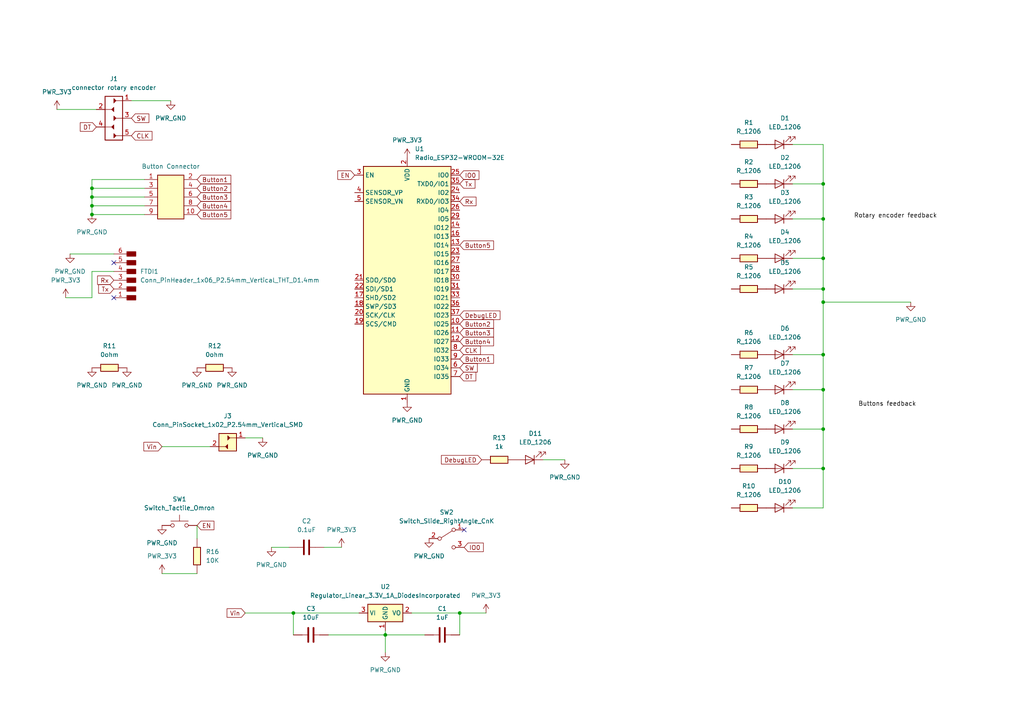
<source format=kicad_sch>
(kicad_sch (version 20231120) (generator "eeschema") (generator_version "8.0")
  (paper "A4")
  (lib_symbols
    (symbol "Fabac:C_1206" (pin_numbers hide)
      (property "Reference" "C" (at 0.635 2.54 0))
      (property "Value" "C_1206" (at 0.635 -2.54 0))
      (symbol "C_1206_0_1"
        (polyline (pts (xy -2.032 -0.762) (xy 2.032 -0.762)) (stroke (width 0.508)))
        (polyline (pts (xy -2.032 0.762) (xy 2.032 0.762)) (stroke (width 0.508)))
        (polyline (pts (xy 0 -0.635) (xy 0 -2.54)))
        (polyline (pts (xy 0 0.635) (xy 0 2.54)))
      )
      (symbol "C_1206_1_1"
        (pin passive line (at 0 5.08 270) (length 2.54) (name "~") (number "1"))
        (pin passive line (at 0 -5.08 90) (length 2.54) (name "~") (number "2"))
      )
    )
    (symbol "Fabac:Conn_PinHeader_1x06_P2.54mm_Vertical_THT_D1.4mm" (pin_names hide)
      (property "Reference" "J" (at 0 7.62 0))
      (property "Value" "Conn_PinHeader_1x06_P2.54mm_Vertical_THT_D1.4mm" (at 0 -10.16 0))
      (symbol "Conn_PinHeader_1x06_P2.54mm_Vertical_THT_D1.4mm_1_1"
        (rectangle (start -1.27 -6.985) (end 1.27 -8.255) (stroke (width 0.254)) (fill (type outline)))
        (rectangle (start -1.27 -4.445) (end 1.27 -5.715) (stroke (width 0.254)) (fill (type outline)))
        (rectangle (start -1.27 -1.905) (end 1.27 -3.175) (stroke (width 0.254)) (fill (type outline)))
        (rectangle (start -1.27 0.635) (end 1.27 -0.635) (stroke (width 0.254)) (fill (type outline)))
        (rectangle (start -1.27 3.175) (end 1.27 1.905) (stroke (width 0.254)) (fill (type outline)))
        (rectangle (start -1.27 5.715) (end 1.27 4.445) (stroke (width 0.254)) (fill (type outline)))
        (pin passive line (at 5.08 5.08 180) (length 3.81) (name "Pin_1") (number "1"))
        (pin passive line (at 5.08 2.54 180) (length 3.81) (name "Pin_2") (number "2"))
        (pin passive line (at 5.08 0 180) (length 3.81) (name "Pin_3") (number "3"))
        (pin passive line (at 5.08 -2.54 180) (length 3.81) (name "Pin_4") (number "4"))
        (pin passive line (at 5.08 -5.08 180) (length 3.81) (name "Pin_5") (number "5"))
        (pin passive line (at 5.08 -7.62 180) (length 3.81) (name "Pin_6") (number "6"))
      )
    )
    (symbol "Fabac:Conn_PinHeader_2x05_P2.54mm_Vertical_SMD" (pin_names hide)
      (property "Reference" "J" (at 0 7.62 0))
      (property "Value" "Conn_PinHeader_2x05_P2.54mm_Vertical_SMD" (at 0 -7.62 0))
      (symbol "Conn_PinHeader_2x05_P2.54mm_Vertical_SMD_1_1"
        (rectangle (start -3.81 6.35) (end 3.81 -6.35) (stroke (width 0.254)) (fill (type background)))
        (pin passive line (at -7.62 5.08 0) (length 3.81) (name "Pin_1") (number "1"))
        (pin passive line (at 7.62 -5.08 180) (length 3.81) (name "Pin_10") (number "10"))
        (pin passive line (at 7.62 5.08 180) (length 3.81) (name "Pin_2") (number "2"))
        (pin passive line (at -7.62 2.54 0) (length 3.81) (name "Pin_3") (number "3"))
        (pin passive line (at 7.62 2.54 180) (length 3.81) (name "Pin_4") (number "4"))
        (pin passive line (at -7.62 0 0) (length 3.81) (name "Pin_5") (number "5"))
        (pin passive line (at 7.62 0 180) (length 3.81) (name "Pin_6") (number "6"))
        (pin passive line (at -7.62 -2.54 0) (length 3.81) (name "Pin_7") (number "7"))
        (pin passive line (at 7.62 -2.54 180) (length 3.81) (name "Pin_8") (number "8"))
        (pin passive line (at -7.62 -5.08 0) (length 3.81) (name "Pin_9") (number "9"))
      )
    )
    (symbol "Fabac:Conn_PinSocket_1x02_P2.54mm_Vertical_SMD" (pin_names hide)
      (property "Reference" "J" (at 0 3.81 0))
      (property "Value" "Conn_PinSocket_1x02_P2.54mm_Vertical_SMD" (at 0 -3.81 0))
      (symbol "Conn_PinSocket_1x02_P2.54mm_Vertical_SMD_0_0"
        (rectangle (start -2.54 2.54) (end 2.54 -2.54) (stroke (width 0.254)) (fill (type background)))
        (polyline (pts (xy 0 -1.27) (xy -2.54 -1.27)))
        (polyline (pts (xy 2.54 1.27) (xy 0 1.27)))
        (polyline (pts (xy 0 -1.905) (xy -0.635 -1.27) (xy 0 -0.635) (xy 0 -1.905)) (fill (type outline)))
        (polyline (pts (xy 0 0.635) (xy 0.635 1.27) (xy 0 1.905) (xy 0 0.635)) (fill (type outline)))
      )
      (symbol "Conn_PinSocket_1x02_P2.54mm_Vertical_SMD_1_1"
        (pin passive line (at 5.08 1.27 180) (length 2.54) (name "Pin_1") (number "1"))
        (pin passive line (at -5.08 -1.27 0) (length 2.54) (name "Pin_2") (number "2"))
      )
    )
    (symbol "Fabac:Conn_PinSocket_1x05_P2.54mm_Vertical_SMD" (pin_names hide)
      (property "Reference" "J" (at 0 7.62 0))
      (property "Value" "Conn_PinSocket_1x05_P2.54mm_Vertical_SMD" (at 0 -7.62 0))
      (symbol "Conn_PinSocket_1x05_P2.54mm_Vertical_SMD_0_0"
        (polyline (pts (xy 0 -2.54) (xy -2.54 -2.54)))
        (polyline (pts (xy 0 2.54) (xy -2.54 2.54)))
        (polyline (pts (xy 2.54 -5.08) (xy 0 -5.08)))
        (polyline (pts (xy 2.54 0) (xy 0 0)))
        (polyline (pts (xy 2.54 5.08) (xy 0 5.08)))
        (polyline (pts (xy 0 -5.715) (xy 0.635 -5.08) (xy 0 -4.445) (xy 0 -5.715)) (fill (type outline)))
        (polyline (pts (xy 0 -3.175) (xy -0.635 -2.54) (xy 0 -1.905) (xy 0 -3.175)) (fill (type outline)))
        (polyline (pts (xy 0 -0.635) (xy 0.635 0) (xy 0 0.635) (xy 0 -0.635)) (fill (type outline)))
        (polyline (pts (xy 0 1.905) (xy -0.635 2.54) (xy 0 3.175) (xy 0 1.905)) (fill (type outline)))
        (polyline (pts (xy 0 4.445) (xy 0.635 5.08) (xy 0 5.715) (xy 0 4.445)) (fill (type outline)))
      )
      (symbol "Conn_PinSocket_1x05_P2.54mm_Vertical_SMD_1_0"
        (rectangle (start -2.54 6.35) (end 2.54 -6.35) (stroke (width 0.254)))
      )
      (symbol "Conn_PinSocket_1x05_P2.54mm_Vertical_SMD_1_1"
        (pin passive line (at 5.08 5.08 180) (length 2.54) (name "Pin_1") (number "1"))
        (pin passive line (at -5.08 2.54 0) (length 2.54) (name "Pin_2") (number "2"))
        (pin passive line (at 5.08 0 180) (length 2.54) (name "Pin_1") (number "3"))
        (pin passive line (at -5.08 -2.54 0) (length 2.54) (name "Pin_2") (number "4"))
        (pin passive line (at 5.08 -5.08 180) (length 2.54) (name "Pin_1") (number "5"))
      )
    )
    (symbol "Fabac:LED_1206" (pin_numbers hide) (pin_names (offset 1.016) hide)
      (property "Reference" "D" (at 0 2.54 0))
      (property "Value" "LED_1206" (at 0 -2.54 0))
      (symbol "LED_1206_0_1"
        (polyline (pts (xy -1.27 -1.27) (xy -1.27 1.27)) (stroke (width 0.2032)))
        (polyline (pts (xy -1.27 0) (xy 1.27 0)))
        (polyline (pts (xy 1.27 -1.27) (xy 1.27 1.27) (xy -1.27 0) (xy 1.27 -1.27)) (stroke (width 0.2032)))
        (polyline (pts (xy -3.048 -0.762) (xy -4.572 -2.286) (xy -3.81 -2.286) (xy -4.572 -2.286) (xy -4.572 -1.524)))
        (polyline (pts (xy -1.778 -0.762) (xy -3.302 -2.286) (xy -2.54 -2.286) (xy -3.302 -2.286) (xy -3.302 -1.524)))
      )
      (symbol "LED_1206_1_1"
        (pin passive line (at -3.81 0 0) (length 2.54) (name "K") (number "1"))
        (pin passive line (at 3.81 0 180) (length 2.54) (name "A") (number "2"))
      )
    )
    (symbol "Fabac:PWR_3V3" (power) (pin_names (offset 0))
      (property "Value" "PWR_3V3" (at 0 3.556 0))
      (symbol "PWR_3V3_0_1"
        (polyline (pts (xy -0.762 1.27) (xy 0 2.54)))
        (polyline (pts (xy 0 0) (xy 0 2.54)))
        (polyline (pts (xy 0 2.54) (xy 0.762 1.27)))
      )
      (symbol "PWR_3V3_1_1"
        (pin power_in line (at 0 0 90) (length 0) hide (name "PWR_3V3") (number "1"))
      )
    )
    (symbol "Fabac:PWR_GND" (power) (pin_names (offset 0))
      (property "Value" "PWR_GND" (at 0 -3.81 0))
      (symbol "PWR_GND_0_1"
        (polyline (pts (xy 0 0) (xy 0 -1.27) (xy 1.27 -1.27) (xy 0 -2.54) (xy -1.27 -1.27) (xy 0 -1.27)))
      )
      (symbol "PWR_GND_1_1"
        (pin power_in line (at 0 0 270) (length 0) hide (name "PWR_GND") (number "1"))
      )
    )
    (symbol "Fabac:R_1206" (pin_numbers hide) (pin_names (offset 0))
      (property "Reference" "R" (at 2.54 0 90))
      (property "Value" "R_1206" (at -2.54 0 90))
      (symbol "R_1206_0_1"
        (rectangle (start -1.016 -2.54) (end 1.016 2.54) (stroke (width 0.254)) (fill (type background)))
      )
      (symbol "R_1206_1_1"
        (pin passive line (at 0 5.08 270) (length 2.54) (name "~") (number "1"))
        (pin passive line (at 0 -5.08 90) (length 2.54) (name "~") (number "2"))
      )
    )
    (symbol "Fabac:Radio_ESP32-WROOM-32E"
      (property "Reference" "U" (at -12.7 34.29 0))
      (property "Value" "Radio_ESP32-WROOM-32E" (at 1.27 34.29 0))
      (symbol "Radio_ESP32-WROOM-32E_0_1"
        (rectangle (start -12.7 33.02) (end 12.7 -33.02) (stroke (width 0.254)) (fill (type background)))
      )
      (symbol "Radio_ESP32-WROOM-32E_1_1"
        (pin power_in line (at 0 -35.56 90) (length 2.54) (name "GND") (number "1"))
        (pin bidirectional line (at 15.24 -12.7 180) (length 2.54) (name "IO25") (number "10"))
        (pin bidirectional line (at 15.24 -15.24 180) (length 2.54) (name "IO26") (number "11"))
        (pin bidirectional line (at 15.24 -17.78 180) (length 2.54) (name "IO27") (number "12"))
        (pin bidirectional line (at 15.24 10.16 180) (length 2.54) (name "IO14") (number "13"))
        (pin bidirectional line (at 15.24 15.24 180) (length 2.54) (name "IO12") (number "14"))
        (pin passive line (at 0 -35.56 90) (length 2.54) hide (name "GND") (number "15"))
        (pin bidirectional line (at 15.24 12.7 180) (length 2.54) (name "IO13") (number "16"))
        (pin bidirectional line (at -15.24 -5.08 0) (length 2.54) (name "SHD/SD2") (number "17"))
        (pin bidirectional line (at -15.24 -7.62 0) (length 2.54) (name "SWP/SD3") (number "18"))
        (pin bidirectional line (at -15.24 -12.7 0) (length 2.54) (name "SCS/CMD") (number "19"))
        (pin power_in line (at 0 35.56 270) (length 2.54) (name "VDD") (number "2"))
        (pin bidirectional line (at -15.24 -10.16 0) (length 2.54) (name "SCK/CLK") (number "20"))
        (pin bidirectional line (at -15.24 0 0) (length 2.54) (name "SDO/SD0") (number "21"))
        (pin bidirectional line (at -15.24 -2.54 0) (length 2.54) (name "SDI/SD1") (number "22"))
        (pin bidirectional line (at 15.24 7.62 180) (length 2.54) (name "IO15") (number "23"))
        (pin bidirectional line (at 15.24 25.4 180) (length 2.54) (name "IO2") (number "24"))
        (pin bidirectional line (at 15.24 30.48 180) (length 2.54) (name "IO0") (number "25"))
        (pin bidirectional line (at 15.24 20.32 180) (length 2.54) (name "IO4") (number "26"))
        (pin bidirectional line (at 15.24 5.08 180) (length 2.54) (name "IO16") (number "27"))
        (pin bidirectional line (at 15.24 2.54 180) (length 2.54) (name "IO17") (number "28"))
        (pin bidirectional line (at 15.24 17.78 180) (length 2.54) (name "IO5") (number "29"))
        (pin input line (at -15.24 30.48 0) (length 2.54) (name "EN") (number "3"))
        (pin bidirectional line (at 15.24 0 180) (length 2.54) (name "IO18") (number "30"))
        (pin bidirectional line (at 15.24 -2.54 180) (length 2.54) (name "IO19") (number "31"))
        (pin no_connect line (at -12.7 -27.94 0) (length 2.54) hide (name "NC") (number "32"))
        (pin bidirectional line (at 15.24 -5.08 180) (length 2.54) (name "IO21") (number "33"))
        (pin bidirectional line (at 15.24 22.86 180) (length 2.54) (name "RXD0/IO3") (number "34"))
        (pin bidirectional line (at 15.24 27.94 180) (length 2.54) (name "TXD0/IO1") (number "35"))
        (pin bidirectional line (at 15.24 -7.62 180) (length 2.54) (name "IO22") (number "36"))
        (pin bidirectional line (at 15.24 -10.16 180) (length 2.54) (name "IO23") (number "37"))
        (pin passive line (at 0 -35.56 90) (length 2.54) hide (name "GND") (number "38"))
        (pin passive line (at 0 -35.56 90) (length 2.54) hide (name "GND") (number "39"))
        (pin input line (at -15.24 25.4 0) (length 2.54) (name "SENSOR_VP") (number "4"))
        (pin input line (at -15.24 22.86 0) (length 2.54) (name "SENSOR_VN") (number "5"))
        (pin input line (at 15.24 -25.4 180) (length 2.54) (name "IO34") (number "6"))
        (pin input line (at 15.24 -27.94 180) (length 2.54) (name "IO35") (number "7"))
        (pin bidirectional line (at 15.24 -20.32 180) (length 2.54) (name "IO32") (number "8"))
        (pin bidirectional line (at 15.24 -22.86 180) (length 2.54) (name "IO33") (number "9"))
      )
    )
    (symbol "Fabac:Regulator_Linear_3.3V_1A_DiodesIncorporated"
      (property "Reference" "U" (at -5.08 6.35 0))
      (property "Value" "Regulator_Linear_3.3V_1A_DiodesIncorporated" (at -5.08 3.81 0))
      (symbol "Regulator_Linear_3.3V_1A_DiodesIncorporated_0_1"
        (rectangle (start -5.08 2.54) (end 5.08 -2.54) (stroke (width 0.254)) (fill (type background)))
      )
      (symbol "Regulator_Linear_3.3V_1A_DiodesIncorporated_1_1"
        (pin power_in line (at 0 -5.08 90) (length 2.54) (name "GND") (number "1"))
        (pin power_out line (at 7.62 0 180) (length 2.54) (name "VO") (number "2"))
        (pin power_in line (at -7.62 0 0) (length 2.54) (name "VI") (number "3"))
      )
    )
    (symbol "Fabac:Switch_Slide_RightAngle_CnK" (pin_names (offset 0) hide)
      (property "Reference" "SW" (at 0 4.318 0))
      (property "Value" "Switch_Slide_RightAngle_CnK" (at 0 -5.08 0))
      (symbol "Switch_Slide_RightAngle_CnK_0_0"
        (circle (center -2.032 0) (radius 0.508))
        (circle (center 2.032 -2.54) (radius 0.508))
      )
      (symbol "Switch_Slide_RightAngle_CnK_0_1"
        (polyline (pts (xy -1.524 0.254) (xy 1.651 2.286)))
        (circle (center 2.032 2.54) (radius 0.508))
      )
      (symbol "Switch_Slide_RightAngle_CnK_1_1"
        (pin passive line (at 5.08 2.54 180) (length 2.54) (name "A") (number "1"))
        (pin passive line (at -5.08 0 0) (length 2.54) (name "B") (number "2"))
        (pin passive line (at 5.08 -2.54 180) (length 2.54) (name "C") (number "3"))
      )
    )
    (symbol "Fabac:Switch_Tactile_Omron" (pin_numbers hide) (pin_names (offset 1.016) hide)
      (property "Reference" "SW" (at 1.27 2.54 0))
      (property "Value" "Switch_Tactile_Omron" (at 0 -1.524 0))
      (symbol "Switch_Tactile_Omron_0_1"
        (circle (center -2.032 0) (radius 0.508))
        (polyline (pts (xy 0 1.27) (xy 0 3.048)))
        (polyline (pts (xy 2.54 1.27) (xy -2.54 1.27)))
        (circle (center 2.032 0) (radius 0.508))
        (pin passive line (at -5.08 0 0) (length 2.54) (name "1") (number "1"))
        (pin passive line (at 5.08 0 180) (length 2.54) (name "2") (number "2"))
      )
    )
  )
  (junction (at 85.09 177.8))
  (junction (at 238.76 87.63))
  (junction (at 238.76 53.34))
  (junction (at 111.76 184.15))
  (junction (at 238.76 124.46))
  (junction (at 26.67 57.15))
  (junction (at 133.35 177.8))
  (junction (at 238.76 74.93))
  (junction (at 26.67 62.23))
  (junction (at 238.76 135.89))
  (junction (at 238.76 113.03))
  (junction (at 238.76 83.82))
  (junction (at 26.67 59.69))
  (junction (at 238.76 102.87))
  (junction (at 26.67 54.61))
  (junction (at 238.76 63.5))
  (no_connect (at 134.62 153.67))
  (no_connect (at 33.02 76.2))
  (no_connect (at 33.02 86.36))
  (wire (pts (xy 95.25 184.15) (xy 111.76 184.15)))
  (wire (pts (xy 26.67 78.74) (xy 33.02 78.74)))
  (wire (pts (xy 71.12 127) (xy 76.2 127)))
  (wire (pts (xy 229.87 53.34) (xy 238.76 53.34)))
  (wire (pts (xy 133.35 177.8) (xy 140.97 177.8)))
  (wire (pts (xy 238.76 113.03) (xy 238.76 102.87)))
  (wire (pts (xy 41.91 52.07) (xy 26.67 52.07)))
  (wire (pts (xy 229.87 83.82) (xy 238.76 83.82)))
  (wire (pts (xy 119.38 177.8) (xy 133.35 177.8)))
  (wire (pts (xy 238.76 63.5) (xy 238.76 53.34)))
  (wire (pts (xy 238.76 74.93) (xy 238.76 63.5)))
  (wire (pts (xy 41.91 54.61) (xy 26.67 54.61)))
  (wire (pts (xy 93.98 158.75) (xy 99.06 158.75)))
  (wire (pts (xy 16.51 31.75) (xy 27.94 31.75)))
  (wire (pts (xy 238.76 87.63) (xy 238.76 83.82)))
  (wire (pts (xy 26.67 54.61) (xy 26.67 57.15)))
  (wire (pts (xy 133.35 177.8) (xy 133.35 184.15)))
  (wire (pts (xy 26.67 59.69) (xy 26.67 62.23)))
  (wire (pts (xy 229.87 124.46) (xy 238.76 124.46)))
  (wire (pts (xy 238.76 124.46) (xy 238.76 113.03)))
  (wire (pts (xy 229.87 147.32) (xy 238.76 147.32)))
  (wire (pts (xy 26.67 57.15) (xy 26.67 59.69)))
  (wire (pts (xy 26.67 59.69) (xy 41.91 59.69)))
  (wire (pts (xy 85.09 177.8) (xy 104.14 177.8)))
  (wire (pts (xy 238.76 102.87) (xy 238.76 87.63)))
  (wire (pts (xy 238.76 135.89) (xy 238.76 124.46)))
  (wire (pts (xy 71.12 177.8) (xy 85.09 177.8)))
  (wire (pts (xy 38.1 29.21) (xy 49.53 29.21)))
  (wire (pts (xy 238.76 83.82) (xy 238.76 74.93)))
  (wire (pts (xy 20.32 73.66) (xy 33.02 73.66)))
  (wire (pts (xy 229.87 102.87) (xy 238.76 102.87)))
  (wire (pts (xy 46.99 166.37) (xy 57.15 166.37)))
  (wire (pts (xy 229.87 113.03) (xy 238.76 113.03)))
  (wire (pts (xy 238.76 53.34) (xy 238.76 41.91)))
  (wire (pts (xy 78.74 158.75) (xy 83.82 158.75)))
  (wire (pts (xy 85.09 177.8) (xy 85.09 184.15)))
  (wire (pts (xy 26.67 62.23) (xy 41.91 62.23)))
  (wire (pts (xy 229.87 74.93) (xy 238.76 74.93)))
  (wire (pts (xy 238.76 147.32) (xy 238.76 135.89)))
  (wire (pts (xy 229.87 63.5) (xy 238.76 63.5)))
  (wire (pts (xy 111.76 184.15) (xy 123.19 184.15)))
  (wire (pts (xy 57.15 152.4) (xy 57.15 156.21)))
  (wire (pts (xy 264.16 87.63) (xy 238.76 87.63)))
  (wire (pts (xy 26.67 57.15) (xy 41.91 57.15)))
  (wire (pts (xy 111.76 184.15) (xy 111.76 189.23)))
  (wire (pts (xy 157.48 133.35) (xy 163.83 133.35)))
  (wire (pts (xy 111.76 182.88) (xy 111.76 184.15)))
  (wire (pts (xy 26.67 86.36) (xy 26.67 78.74)))
  (wire (pts (xy 19.05 86.36) (xy 26.67 86.36)))
  (wire (pts (xy 26.67 52.07) (xy 26.67 54.61)))
  (wire (pts (xy 238.76 41.91) (xy 229.87 41.91)))
  (wire (pts (xy 46.99 129.54) (xy 60.96 129.54)))
  (wire (pts (xy 229.87 135.89) (xy 238.76 135.89)))
  (label "Buttons feedback" (at 248.92 118.11 0))
  (label "Rotary encoder feedback" (at 247.65 63.5 0))
  (global_label "DT" (shape input) (at 133.35 109.22 0) (property "Intersheetrefs" "${INTERSHEET_REFS}" (effects (hide yes))))
  (global_label "Button3" (shape input) (at 57.15 57.15 0) (property "Intersheetrefs" "${INTERSHEET_REFS}" (effects (hide yes))))
  (global_label "Button2" (shape input) (at 57.15 54.61 0) (property "Intersheetrefs" "${INTERSHEET_REFS}" (effects (hide yes))))
  (global_label "DebugLED" (shape input) (at 133.35 91.44 0) (property "Intersheetrefs" "${INTERSHEET_REFS}" (effects (hide yes))))
  (global_label "IO0" (shape input) (at 133.35 50.8 0) (property "Intersheetrefs" "${INTERSHEET_REFS}" (effects (hide yes))))
  (global_label "SW" (shape input) (at 133.35 106.68 0) (property "Intersheetrefs" "${INTERSHEET_REFS}" (effects (hide yes))))
  (global_label "Button2" (shape input) (at 133.35 93.98 0) (property "Intersheetrefs" "${INTERSHEET_REFS}" (effects (hide yes))))
  (global_label "Tx" (shape input) (at 133.35 53.34 0) (property "Intersheetrefs" "${INTERSHEET_REFS}" (effects (hide yes))))
  (global_label "SW" (shape input) (at 38.1 34.29 0) (property "Intersheetrefs" "${INTERSHEET_REFS}" (effects (hide yes))))
  (global_label "Button5" (shape input) (at 133.35 71.12 0) (property "Intersheetrefs" "${INTERSHEET_REFS}" (effects (hide yes))))
  (global_label "EN" (shape input) (at 102.87 50.8 180) (property "Intersheetrefs" "${INTERSHEET_REFS}" (effects (hide yes))))
  (global_label "Button4" (shape input) (at 57.15 59.69 0) (property "Intersheetrefs" "${INTERSHEET_REFS}" (effects (hide yes))))
  (global_label "CLK" (shape input) (at 133.35 101.6 0) (property "Intersheetrefs" "${INTERSHEET_REFS}" (effects (hide yes))))
  (global_label "Vin" (shape input) (at 71.12 177.8 180) (property "Intersheetrefs" "${INTERSHEET_REFS}" (effects (hide yes))))
  (global_label "Tx" (shape input) (at 33.02 83.82 180) (property "Intersheetrefs" "${INTERSHEET_REFS}" (effects (hide yes))))
  (global_label "CLK" (shape input) (at 38.1 39.37 0) (property "Intersheetrefs" "${INTERSHEET_REFS}" (effects (hide yes))))
  (global_label "IO0" (shape input) (at 134.62 158.75 0) (property "Intersheetrefs" "${INTERSHEET_REFS}" (effects (hide yes))))
  (global_label "Rx" (shape input) (at 133.35 58.42 0) (property "Intersheetrefs" "${INTERSHEET_REFS}" (effects (hide yes))))
  (global_label "Button1" (shape input) (at 57.15 52.07 0) (property "Intersheetrefs" "${INTERSHEET_REFS}" (effects (hide yes))))
  (global_label "Button1" (shape input) (at 133.35 104.14 0) (property "Intersheetrefs" "${INTERSHEET_REFS}" (effects (hide yes))))
  (global_label "Button4" (shape input) (at 133.35 99.06 0) (property "Intersheetrefs" "${INTERSHEET_REFS}" (effects (hide yes))))
  (global_label "Rx" (shape input) (at 33.02 81.28 180) (property "Intersheetrefs" "${INTERSHEET_REFS}" (effects (hide yes))))
  (global_label "DT" (shape input) (at 27.94 36.83 180) (property "Intersheetrefs" "${INTERSHEET_REFS}" (effects (hide yes))))
  (global_label "Vin" (shape input) (at 46.99 129.54 180) (property "Intersheetrefs" "${INTERSHEET_REFS}" (effects (hide yes))))
  (global_label "Button3" (shape input) (at 133.35 96.52 0) (property "Intersheetrefs" "${INTERSHEET_REFS}" (effects (hide yes))))
  (global_label "Button5" (shape input) (at 57.15 62.23 0) (property "Intersheetrefs" "${INTERSHEET_REFS}" (effects (hide yes))))
  (global_label "DebugLED" (shape input) (at 139.7 133.35 180) (property "Intersheetrefs" "${INTERSHEET_REFS}" (effects (hide yes))))
  (global_label "EN" (shape input) (at 57.15 152.4 0) (property "Intersheetrefs" "${INTERSHEET_REFS}" (effects (hide yes))))
  (symbol (lib_id "Fabac:Regulator_Linear_3.3V_1A_DiodesIncorporated") (at 111.76 177.8 0) (unit 1)
    (property "Reference" "U2" (at 111.76 170.18 0))
    (property "Value" "Regulator_Linear_3.3V_1A_DiodesIncorporated" (at 111.76 172.72 0))
    (property "Footprint" "Fabac:SOT-223-3_TabPin2" (effects (hide yes)))
    (property "Datasheet" "https://www.diodes.com/assets/Datasheets/AZ1117I.pdf" (effects (hide yes)))
    (property "Description" "3.3V 1A Linear regulator from Diodes Incorporated in SOT-223-3 package" (effects (hide yes)))
  )
  (symbol (lib_id "Fabac:Switch_Tactile_Omron") (at 52.07 152.4 0) (unit 1)
    (property "Reference" "SW1" (at 52.07 144.78 0))
    (property "Value" "Switch_Tactile_Omron" (at 52.07 147.32 0))
    (property "Footprint" "Fabac:Button_Omron_B3SN_6.0x6.0mm" (effects (hide yes)))
    (property "Datasheet" "https://omronfs.omron.com/en_US/ecb/products/pdf/en-b3sn.pdf" (effects (hide yes)))
    (property "Description" "Push button switch, Omron, B3SN, Sealed Tactile Switch (SMT), SPST-NO Top Actuated Surface Mount" (effects (hide yes)))
  )
  (symbol (lib_id "Fabac:LED_1206") (at 226.06 63.5 180) (unit 1) (on_board no)
    (property "Reference" "D3" (at 227.6602 55.88 0))
    (property "Value" "LED_1206" (at 227.6602 58.42 0))
    (property "Footprint" "Fabac:LED_1206" (effects (hide yes)))
    (property "Datasheet" "https://optoelectronics.liteon.com/upload/download/DS-22-98-0002/LTST-C150CKT.pdf" (effects (hide yes)))
    (property "Description" "Light emitting diode, Lite-On Inc. LTST, SMD" (effects (hide yes)))
  )
  (symbol (lib_id "Fabac:PWR_GND") (at 264.16 87.63 0) (unit 1) (on_board no)
    (property "Reference" "#PWR05" (effects (hide yes)))
    (property "Value" "PWR_GND" (at 264.16 92.71 0))
    (property "Description" "Power symbol creates a global label with name \"GND\" , ground" (effects (hide yes)))
  )
  (symbol (lib_id "Fabac:LED_1206") (at 226.06 124.46 180) (unit 1) (on_board no)
    (property "Reference" "D8" (at 227.6602 116.84 0))
    (property "Value" "LED_1206" (at 227.6602 119.38 0))
    (property "Footprint" "Fabac:LED_1206" (effects (hide yes)))
    (property "Datasheet" "https://optoelectronics.liteon.com/upload/download/DS-22-98-0002/LTST-C150CKT.pdf" (effects (hide yes)))
    (property "Description" "Light emitting diode, Lite-On Inc. LTST, SMD" (effects (hide yes)))
  )
  (symbol (lib_id "Fabac:Radio_ESP32-WROOM-32E") (at 118.11 81.28 0) (unit 1)
    (property "Reference" "U1" (at 120.3041 43.18 0) (effects (justify left)))
    (property "Value" "Radio_ESP32-WROOM-32E" (at 120.3041 45.72 0) (effects (justify left)))
    (property "Footprint" "Fabac:ESP32-WROOM-32E" (effects (hide yes)))
    (property "Datasheet" "https://www.espressif.com/sites/default/files/documentation/esp32-wroom-32e_esp32-wroom-32ue_datasheet_en.pdf" (effects (hide yes)))
    (property "Description" "Bluetooth, WiFi 802.11b/g/n, Bluetooth v4.2 +EDR, Class 1, 2 and 3 Transceiver Module 2.4GHz ~ 2.5GHz Integrated, Trace Surface Mount" (effects (hide yes)))
  )
  (symbol (lib_id "Fabac:C_1206") (at 88.9 158.75 90) (unit 1)
    (property "Reference" "C2" (at 88.9 151.13 90))
    (property "Value" "0.1uF" (at 88.9 153.67 90))
    (property "Footprint" "Fabac:C_1206" (effects (hide yes)))
    (property "Datasheet" "https://www.yageo.com/upload/media/product/productsearch/datasheet/mlcc/UPY-GP_NP0_16V-to-50V_18.pdf" (effects (hide yes)))
    (property "Description" "Unpolarized capacitor, SMD, 1206" (effects (hide yes)))
  )
  (symbol (lib_id "Fabac:Conn_PinHeader_2x05_P2.54mm_Vertical_SMD") (at 49.53 57.15 0) (unit 1)
    (property "Reference" "J2" (effects (hide yes)))
    (property "Value" "Button Connector" (at 49.53 48.26 0))
    (property "Footprint" "Connector_PinHeader_2.54mm:PinHeader_2x05_P2.54mm_Vertical_SMD" (effects (hide yes)))
    (property "Datasheet" "https://cdn.amphenol-icc.com/media/wysiwyg/files/drawing/95278.pdf" (effects (hide yes)))
    (property "Description" "Connector Header Surface Mount 10 position 0.100\" (2.54mm)" (effects (hide yes)))
  )
  (symbol (lib_id "Fabac:Switch_Slide_RightAngle_CnK") (at 129.54 156.21 0) (unit 1)
    (property "Reference" "SW2" (at 129.54 148.59 0))
    (property "Value" "Switch_Slide_RightAngle_CnK" (at 129.54 151.13 0))
    (property "Footprint" "Fabac:Switch_Slide_RightAngle_CnK_AYZ0102AGRLC_7.2x3mm" (effects (hide yes)))
    (property "Datasheet" "https://www.ckswitches.com/media/1431/ayz.pdf" (effects (hide yes)))
    (property "Description" "Slide Switch SPDT Surface Mount, Right Angle" (effects (hide yes)))
  )
  (symbol (lib_id "Fabac:R_1206") (at 217.17 83.82 90) (unit 1) (on_board no)
    (property "Reference" "R5" (at 217.17 77.47 90))
    (property "Value" "R_1206" (at 217.17 80.01 90))
    (property "Footprint" "Fabac:R_1206" (effects (hide yes)))
    (property "Description" "Resistor" (effects (hide yes)))
  )
  (symbol (lib_id "Fabac:R_1206") (at 57.15 161.29 180) (unit 1)
    (property "Reference" "R16" (at 59.69 160.0199 0) (effects (justify right)))
    (property "Value" "10K" (at 59.69 162.5599 0) (effects (justify right)))
    (property "Footprint" "Fabac:R_1206" (effects (hide yes)))
    (property "Description" "Resistor" (effects (hide yes)))
  )
  (symbol (lib_id "Fabac:PWR_GND") (at 57.15 106.68 0) (unit 1)
    (property "Reference" "#PWR016" (effects (hide yes)))
    (property "Value" "PWR_GND" (at 57.15 111.76 0))
    (property "Description" "Power symbol creates a global label with name \"GND\" , ground" (effects (hide yes)))
  )
  (symbol (lib_id "Fabac:Conn_PinSocket_1x02_P2.54mm_Vertical_SMD") (at 66.04 128.27 0) (unit 1)
    (property "Reference" "J3" (at 66.04 120.65 0))
    (property "Value" "Conn_PinSocket_1x02_P2.54mm_Vertical_SMD" (at 66.04 123.19 0))
    (property "Footprint" "Fabac:PinSocket_1x02_P2.54mm_Horizontal_SMD" (effects (hide yes)))
    (property "Datasheet" "https://media.digikey.com/pdf/Data%20Sheets/Sullins%20PDFs/NPxCxx1KFXx-RC%2010487-D.pdf" (effects (hide yes)))
    (property "Description" "2 Position Header, Top or Bottom Entry Connector 0.100\" (2.54mm) Surface Mount Tin" (effects (hide yes)))
  )
  (symbol (lib_id "Fabac:PWR_GND") (at 36.83 106.68 0) (unit 1)
    (property "Reference" "#PWR017" (effects (hide yes)))
    (property "Value" "PWR_GND" (at 36.83 111.76 0))
    (property "Description" "Power symbol creates a global label with name \"GND\" , ground" (effects (hide yes)))
  )
  (symbol (lib_id "Fabac:LED_1206") (at 226.06 41.91 180) (unit 1) (on_board no)
    (property "Reference" "D1" (at 227.6602 34.29 0))
    (property "Value" "LED_1206" (at 227.6602 36.83 0))
    (property "Footprint" "Fabac:LED_1206" (effects (hide yes)))
    (property "Datasheet" "https://optoelectronics.liteon.com/upload/download/DS-22-98-0002/LTST-C150CKT.pdf" (effects (hide yes)))
    (property "Description" "Light emitting diode, Lite-On Inc. LTST, SMD" (effects (hide yes)))
  )
  (symbol (lib_id "Fabac:R_1206") (at 217.17 147.32 90) (unit 1) (on_board no)
    (property "Reference" "R10" (at 217.17 140.97 90))
    (property "Value" "R_1206" (at 217.17 143.51 90))
    (property "Footprint" "Fabac:R_1206" (effects (hide yes)))
    (property "Description" "Resistor" (effects (hide yes)))
  )
  (symbol (lib_id "Fabac:LED_1206") (at 226.06 102.87 180) (unit 1) (on_board no)
    (property "Reference" "D6" (at 227.6602 95.25 0))
    (property "Value" "LED_1206" (at 227.6602 97.79 0))
    (property "Footprint" "Fabac:LED_1206" (effects (hide yes)))
    (property "Datasheet" "https://optoelectronics.liteon.com/upload/download/DS-22-98-0002/LTST-C150CKT.pdf" (effects (hide yes)))
    (property "Description" "Light emitting diode, Lite-On Inc. LTST, SMD" (effects (hide yes)))
  )
  (symbol (lib_id "Fabac:PWR_GND") (at 124.46 156.21 0) (unit 1)
    (property "Reference" "#PWR08" (effects (hide yes)))
    (property "Value" "PWR_GND" (at 124.46 161.29 0))
    (property "Description" "Power symbol creates a global label with name \"GND\" , ground" (effects (hide yes)))
  )
  (symbol (lib_id "Fabac:LED_1206") (at 226.06 74.93 180) (unit 1) (on_board no)
    (property "Reference" "D4" (at 227.6602 67.31 0))
    (property "Value" "LED_1206" (at 227.6602 69.85 0))
    (property "Footprint" "Fabac:LED_1206" (effects (hide yes)))
    (property "Datasheet" "https://optoelectronics.liteon.com/upload/download/DS-22-98-0002/LTST-C150CKT.pdf" (effects (hide yes)))
    (property "Description" "Light emitting diode, Lite-On Inc. LTST, SMD" (effects (hide yes)))
  )
  (symbol (lib_id "Fabac:PWR_3V3") (at 46.99 166.37 0) (unit 1)
    (property "Reference" "#PWR02" (effects (hide yes)))
    (property "Value" "PWR_3V3" (at 46.99 161.29 0))
    (property "Description" "Power symbol creates a global label with name \"+3V3\"" (effects (hide yes)))
  )
  (symbol (lib_id "Fabac:PWR_GND") (at 163.83 133.35 0) (unit 1)
    (property "Reference" "#PWR021" (effects (hide yes)))
    (property "Value" "PWR_GND" (at 163.83 138.43 0))
    (property "Description" "Power symbol creates a global label with name \"GND\" , ground" (effects (hide yes)))
  )
  (symbol (lib_id "Fabac:PWR_GND") (at 76.2 127 0) (unit 1)
    (property "Reference" "#PWR019" (effects (hide yes)))
    (property "Value" "PWR_GND" (at 76.2 132.08 0))
    (property "Description" "Power symbol creates a global label with name \"GND\" , ground" (effects (hide yes)))
  )
  (symbol (lib_id "Fabac:R_1206") (at 217.17 41.91 90) (unit 1) (on_board no)
    (property "Reference" "R1" (at 217.17 35.56 90))
    (property "Value" "R_1206" (at 217.17 38.1 90))
    (property "Footprint" "Fabac:R_1206" (effects (hide yes)))
    (property "Description" "Resistor" (effects (hide yes)))
  )
  (symbol (lib_id "Fabac:PWR_GND") (at 49.53 29.21 0) (unit 1)
    (property "Reference" "#PWR04" (effects (hide yes)))
    (property "Value" "PWR_GND" (at 49.53 34.29 0))
    (property "Description" "Power symbol creates a global label with name \"GND\" , ground" (effects (hide yes)))
  )
  (symbol (lib_id "Fabac:PWR_3V3") (at 19.05 86.36 0) (unit 1)
    (property "Reference" "#PWR020" (effects (hide yes)))
    (property "Value" "PWR_3V3" (at 19.05 81.28 0))
    (property "Description" "Power symbol creates a global label with name \"+3V3\"" (effects (hide yes)))
  )
  (symbol (lib_id "Fabac:Conn_PinSocket_1x05_P2.54mm_Vertical_SMD") (at 33.02 34.29 0) (unit 1)
    (property "Reference" "J1" (at 33.02 22.86 0))
    (property "Value" "connector rotary encoder" (at 33.02 25.4 0))
    (property "Footprint" "Fabac:PinSocket_1x05_P2.54mm_Vertical_SMD" (effects (hide yes)))
    (property "Datasheet" "https://media.digikey.com/pdf/Data%20Sheets/Sullins%20PDFs/NPxCxx1KFXx-RC%2010487-D.pdf" (effects (hide yes)))
    (property "Description" "Top or Bottom Entry Connector 0.100\" (2.54mm) Surface Mount Tin" (effects (hide yes)))
  )
  (symbol (lib_id "Fabac:LED_1206") (at 226.06 147.32 180) (unit 1) (on_board no)
    (property "Reference" "D10" (at 227.6602 139.7 0))
    (property "Value" "LED_1206" (at 227.6602 142.24 0))
    (property "Footprint" "Fabac:LED_1206" (effects (hide yes)))
    (property "Datasheet" "https://optoelectronics.liteon.com/upload/download/DS-22-98-0002/LTST-C150CKT.pdf" (effects (hide yes)))
    (property "Description" "Light emitting diode, Lite-On Inc. LTST, SMD" (effects (hide yes)))
  )
  (symbol (lib_id "Fabac:PWR_GND") (at 26.67 62.23 0) (unit 1)
    (property "Reference" "#PWR06" (effects (hide yes)))
    (property "Value" "PWR_GND" (at 26.67 67.31 0))
    (property "Description" "Power symbol creates a global label with name \"GND\" , ground" (effects (hide yes)))
  )
  (symbol (lib_id "Fabac:LED_1206") (at 226.06 135.89 180) (unit 1) (on_board no)
    (property "Reference" "D9" (at 227.6602 128.27 0))
    (property "Value" "LED_1206" (at 227.6602 130.81 0))
    (property "Footprint" "Fabac:LED_1206" (effects (hide yes)))
    (property "Datasheet" "https://optoelectronics.liteon.com/upload/download/DS-22-98-0002/LTST-C150CKT.pdf" (effects (hide yes)))
    (property "Description" "Light emitting diode, Lite-On Inc. LTST, SMD" (effects (hide yes)))
  )
  (symbol (lib_id "Fabac:PWR_GND") (at 118.11 116.84 0) (unit 1)
    (property "Reference" "#PWR010" (effects (hide yes)))
    (property "Value" "PWR_GND" (at 118.11 121.92 0))
    (property "Description" "Power symbol creates a global label with name \"GND\" , ground" (effects (hide yes)))
  )
  (symbol (lib_id "Fabac:C_1206") (at 90.17 184.15 90) (unit 1)
    (property "Reference" "C3" (at 90.17 176.53 90))
    (property "Value" "10uF" (at 90.17 179.07 90))
    (property "Footprint" "Fabac:C_1206" (effects (hide yes)))
    (property "Datasheet" "https://www.yageo.com/upload/media/product/productsearch/datasheet/mlcc/UPY-GP_NP0_16V-to-50V_18.pdf" (effects (hide yes)))
    (property "Description" "Unpolarized capacitor, SMD, 1206" (effects (hide yes)))
  )
  (symbol (lib_id "Fabac:PWR_GND") (at 67.31 106.68 0) (unit 1)
    (property "Reference" "#PWR07" (effects (hide yes)))
    (property "Value" "PWR_GND" (at 67.31 111.76 0))
    (property "Description" "Power symbol creates a global label with name \"GND\" , ground" (effects (hide yes)))
  )
  (symbol (lib_id "Fabac:R_1206") (at 217.17 63.5 90) (unit 1) (on_board no)
    (property "Reference" "R3" (at 217.17 57.15 90))
    (property "Value" "R_1206" (at 217.17 59.69 90))
    (property "Footprint" "Fabac:R_1206" (effects (hide yes)))
    (property "Description" "Resistor" (effects (hide yes)))
  )
  (symbol (lib_id "Fabac:R_1206") (at 144.78 133.35 90) (unit 1)
    (property "Reference" "R13" (at 144.78 127 90))
    (property "Value" "1k" (at 144.78 129.54 90))
    (property "Footprint" "Fabac:R_1206" (effects (hide yes)))
    (property "Description" "Resistor" (effects (hide yes)))
  )
  (symbol (lib_id "Fabac:PWR_3V3") (at 118.11 45.72 0) (unit 1)
    (property "Reference" "#PWR013" (effects (hide yes)))
    (property "Value" "PWR_3V3" (at 118.11 40.64 0))
    (property "Description" "Power symbol creates a global label with name \"+3V3\"" (effects (hide yes)))
  )
  (symbol (lib_id "Fabac:PWR_3V3") (at 16.51 31.75 0) (unit 1)
    (property "Reference" "#PWR03" (effects (hide yes)))
    (property "Value" "PWR_3V3" (at 16.51 26.67 0))
    (property "Description" "Power symbol creates a global label with name \"+3V3\"" (effects (hide yes)))
  )
  (symbol (lib_id "Fabac:PWR_GND") (at 111.76 189.23 0) (unit 1)
    (property "Reference" "#PWR012" (effects (hide yes)))
    (property "Value" "PWR_GND" (at 111.76 194.31 0))
    (property "Description" "Power symbol creates a global label with name \"GND\" , ground" (effects (hide yes)))
  )
  (symbol (lib_id "Fabac:Conn_PinHeader_1x06_P2.54mm_Vertical_THT_D1.4mm") (at 38.1 81.28 180) (unit 1)
    (property "Reference" "FTDI1" (at 40.64 78.7399 0) (effects (justify right)))
    (property "Value" "Conn_PinHeader_1x06_P2.54mm_Vertical_THT_D1.4mm" (at 40.64 81.2799 0) (effects (justify right)))
    (property "Footprint" "Fabac:PinHeader_1x06_P2.54mm_Horizontal_SMD" (effects (hide yes)))
    (property "Datasheet" "https://media.digikey.com/PDF/Data%20Sheets/Sullins%20PDFs/xRxCzzzSxxN-RC_ST_11635-B.pdf" (effects (hide yes)))
    (property "Description" "Connector Header Through Hole 6 positions 0.100\" (2.54mm)" (effects (hide yes)))
  )
  (symbol (lib_id "Fabac:R_1206") (at 31.75 106.68 90) (unit 1)
    (property "Reference" "R11" (at 31.75 100.33 90))
    (property "Value" "0ohm" (at 31.75 102.87 90))
    (property "Footprint" "Fabac:R_1206" (effects (hide yes)))
    (property "Description" "Resistor" (effects (hide yes)))
  )
  (symbol (lib_id "Fabac:LED_1206") (at 226.06 113.03 180) (unit 1) (on_board no)
    (property "Reference" "D7" (at 227.6602 105.41 0))
    (property "Value" "LED_1206" (at 227.6602 107.95 0))
    (property "Footprint" "Fabac:LED_1206" (effects (hide yes)))
    (property "Datasheet" "https://optoelectronics.liteon.com/upload/download/DS-22-98-0002/LTST-C150CKT.pdf" (effects (hide yes)))
    (property "Description" "Light emitting diode, Lite-On Inc. LTST, SMD" (effects (hide yes)))
  )
  (symbol (lib_id "Fabac:R_1206") (at 217.17 113.03 90) (unit 1) (on_board no)
    (property "Reference" "R7" (at 217.17 106.68 90))
    (property "Value" "R_1206" (at 217.17 109.22 90))
    (property "Footprint" "Fabac:R_1206" (effects (hide yes)))
    (property "Description" "Resistor" (effects (hide yes)))
  )
  (symbol (lib_id "Fabac:PWR_GND") (at 78.74 158.75 0) (unit 1)
    (property "Reference" "#PWR015" (effects (hide yes)))
    (property "Value" "PWR_GND" (at 78.74 163.83 0))
    (property "Description" "Power symbol creates a global label with name \"GND\" , ground" (effects (hide yes)))
  )
  (symbol (lib_id "Fabac:R_1206") (at 217.17 74.93 90) (unit 1) (on_board no)
    (property "Reference" "R4" (at 217.17 68.58 90))
    (property "Value" "R_1206" (at 217.17 71.12 90))
    (property "Footprint" "Fabac:R_1206" (effects (hide yes)))
    (property "Description" "Resistor" (effects (hide yes)))
  )
  (symbol (lib_id "Fabac:R_1206") (at 217.17 102.87 90) (unit 1) (on_board no)
    (property "Reference" "R6" (at 217.17 96.52 90))
    (property "Value" "R_1206" (at 217.17 99.06 90))
    (property "Footprint" "Fabac:R_1206" (effects (hide yes)))
    (property "Description" "Resistor" (effects (hide yes)))
  )
  (symbol (lib_id "Fabac:LED_1206") (at 153.67 133.35 180) (unit 1)
    (property "Reference" "D11" (at 155.2702 125.73 0))
    (property "Value" "LED_1206" (at 155.2702 128.27 0))
    (property "Footprint" "Fabac:LED_1206" (effects (hide yes)))
    (property "Datasheet" "https://optoelectronics.liteon.com/upload/download/DS-22-98-0002/LTST-C150CKT.pdf" (effects (hide yes)))
    (property "Description" "Light emitting diode, Lite-On Inc. LTST, SMD" (effects (hide yes)))
  )
  (symbol (lib_id "Fabac:PWR_GND") (at 20.32 73.66 0) (unit 1)
    (property "Reference" "#PWR09" (effects (hide yes)))
    (property "Value" "PWR_GND" (at 20.32 78.74 0))
    (property "Description" "Power symbol creates a global label with name \"GND\" , ground" (effects (hide yes)))
  )
  (symbol (lib_id "Fabac:R_1206") (at 217.17 124.46 90) (unit 1) (on_board no)
    (property "Reference" "R8" (at 217.17 118.11 90))
    (property "Value" "R_1206" (at 217.17 120.65 90))
    (property "Footprint" "Fabac:R_1206" (effects (hide yes)))
    (property "Description" "Resistor" (effects (hide yes)))
  )
  (symbol (lib_id "Fabac:R_1206") (at 62.23 106.68 90) (unit 1)
    (property "Reference" "R12" (at 62.23 100.33 90))
    (property "Value" "0ohm" (at 62.23 102.87 90))
    (property "Footprint" "Fabac:R_1206" (effects (hide yes)))
    (property "Description" "Resistor" (effects (hide yes)))
  )
  (symbol (lib_id "Fabac:PWR_GND") (at 26.67 106.68 0) (unit 1)
    (property "Reference" "#PWR018" (effects (hide yes)))
    (property "Value" "PWR_GND" (at 26.67 111.76 0))
    (property "Description" "Power symbol creates a global label with name \"GND\" , ground" (effects (hide yes)))
  )
  (symbol (lib_id "Fabac:PWR_3V3") (at 140.97 177.8 0) (unit 1)
    (property "Reference" "#PWR011" (effects (hide yes)))
    (property "Value" "PWR_3V3" (at 140.97 172.72 0))
    (property "Description" "Power symbol creates a global label with name \"+3V3\"" (effects (hide yes)))
  )
  (symbol (lib_id "Fabac:PWR_GND") (at 46.99 152.4 0) (unit 1)
    (property "Reference" "#PWR01" (effects (hide yes)))
    (property "Value" "PWR_GND" (at 46.99 157.48 0))
    (property "Description" "Power symbol creates a global label with name \"GND\" , ground" (effects (hide yes)))
  )
  (symbol (lib_id "Fabac:R_1206") (at 217.17 135.89 90) (unit 1) (on_board no)
    (property "Reference" "R9" (at 217.17 129.54 90))
    (property "Value" "R_1206" (at 217.17 132.08 90))
    (property "Footprint" "Fabac:R_1206" (effects (hide yes)))
    (property "Description" "Resistor" (effects (hide yes)))
  )
  (symbol (lib_id "Fabac:LED_1206") (at 226.06 53.34 180) (unit 1) (on_board no)
    (property "Reference" "D2" (at 227.6602 45.72 0))
    (property "Value" "LED_1206" (at 227.6602 48.26 0))
    (property "Footprint" "Fabac:LED_1206" (effects (hide yes)))
    (property "Datasheet" "https://optoelectronics.liteon.com/upload/download/DS-22-98-0002/LTST-C150CKT.pdf" (effects (hide yes)))
    (property "Description" "Light emitting diode, Lite-On Inc. LTST, SMD" (effects (hide yes)))
  )
  (symbol (lib_id "Fabac:C_1206") (at 128.27 184.15 90) (unit 1)
    (property "Reference" "C1" (at 128.27 176.53 90))
    (property "Value" "1uF" (at 128.27 179.07 90))
    (property "Footprint" "Fabac:C_1206" (effects (hide yes)))
    (property "Datasheet" "https://www.yageo.com/upload/media/product/productsearch/datasheet/mlcc/UPY-GP_NP0_16V-to-50V_18.pdf" (effects (hide yes)))
    (property "Description" "Unpolarized capacitor, SMD, 1206" (effects (hide yes)))
  )
  (symbol (lib_id "Fabac:PWR_3V3") (at 99.06 158.75 0) (unit 1)
    (property "Reference" "#PWR014" (effects (hide yes)))
    (property "Value" "PWR_3V3" (at 99.06 153.67 0))
    (property "Description" "Power symbol creates a global label with name \"+3V3\"" (effects (hide yes)))
  )
  (symbol (lib_id "Fabac:R_1206") (at 217.17 53.34 90) (unit 1) (on_board no)
    (property "Reference" "R2" (at 217.17 46.99 90))
    (property "Value" "R_1206" (at 217.17 49.53 90))
    (property "Footprint" "Fabac:R_1206" (effects (hide yes)))
    (property "Description" "Resistor" (effects (hide yes)))
  )
  (symbol (lib_id "Fabac:LED_1206") (at 226.06 83.82 180) (unit 1) (on_board no)
    (property "Reference" "D5" (at 227.6602 76.2 0))
    (property "Value" "LED_1206" (at 227.6602 78.74 0))
    (property "Footprint" "Fabac:LED_1206" (effects (hide yes)))
    (property "Datasheet" "https://optoelectronics.liteon.com/upload/download/DS-22-98-0002/LTST-C150CKT.pdf" (effects (hide yes)))
    (property "Description" "Light emitting diode, Lite-On Inc. LTST, SMD" (effects (hide yes)))
  )
)
</source>
